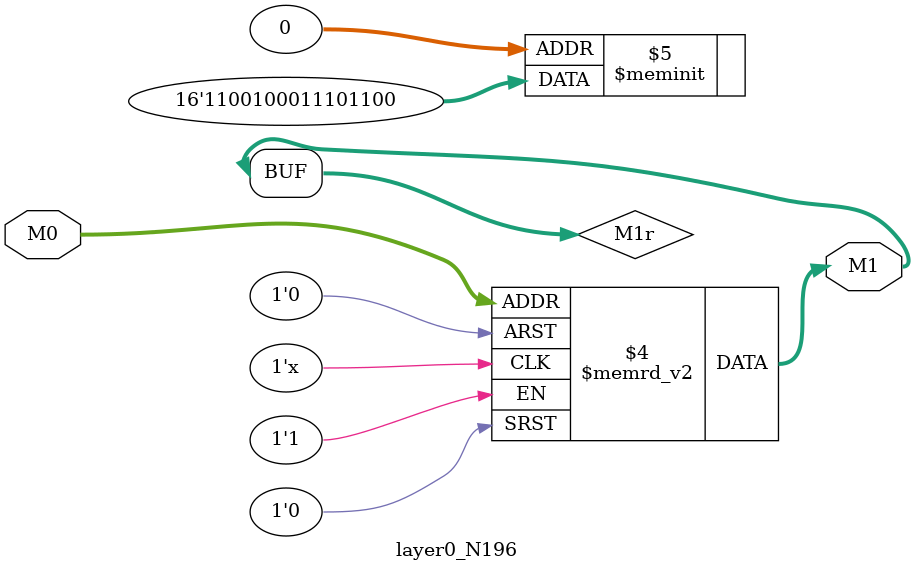
<source format=v>
module layer0_N196 ( input [2:0] M0, output [1:0] M1 );

	(*rom_style = "distributed" *) reg [1:0] M1r;
	assign M1 = M1r;
	always @ (M0) begin
		case (M0)
			3'b000: M1r = 2'b00;
			3'b100: M1r = 2'b00;
			3'b010: M1r = 2'b10;
			3'b110: M1r = 2'b00;
			3'b001: M1r = 2'b11;
			3'b101: M1r = 2'b10;
			3'b011: M1r = 2'b11;
			3'b111: M1r = 2'b11;

		endcase
	end
endmodule

</source>
